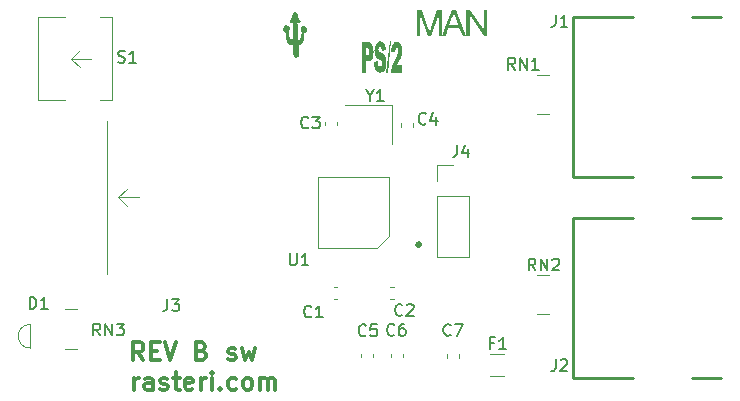
<source format=gbr>
%TF.GenerationSoftware,KiCad,Pcbnew,8.0.3*%
%TF.CreationDate,2024-07-18T19:47:18-07:00*%
%TF.ProjectId,ps2usb,70733275-7362-42e6-9b69-6361645f7063,rev?*%
%TF.SameCoordinates,Original*%
%TF.FileFunction,Legend,Top*%
%TF.FilePolarity,Positive*%
%FSLAX46Y46*%
G04 Gerber Fmt 4.6, Leading zero omitted, Abs format (unit mm)*
G04 Created by KiCad (PCBNEW 8.0.3) date 2024-07-18 19:47:18*
%MOMM*%
%LPD*%
G01*
G04 APERTURE LIST*
%ADD10C,0.000000*%
%ADD11C,0.287500*%
%ADD12C,0.300000*%
%ADD13C,0.150000*%
%ADD14C,0.250000*%
%ADD15C,0.120000*%
%ADD16C,0.310000*%
G04 APERTURE END LIST*
D10*
G36*
X137942328Y-86825040D02*
G01*
X137606766Y-86825040D01*
X137347122Y-86150877D01*
X136416354Y-86150877D01*
X136171895Y-86825040D01*
X135859107Y-86825040D01*
X136210143Y-85910974D01*
X136501382Y-85910974D01*
X137256018Y-85910974D01*
X137023706Y-85294511D01*
X136973979Y-85160324D01*
X136931084Y-85038664D01*
X136895023Y-84929530D01*
X136879554Y-84879661D01*
X136865794Y-84832923D01*
X136854620Y-84886398D01*
X136842354Y-84939779D01*
X136828997Y-84993065D01*
X136814549Y-85046255D01*
X136799009Y-85099352D01*
X136782378Y-85152353D01*
X136764655Y-85205259D01*
X136745842Y-85258070D01*
X136501382Y-85910974D01*
X136210143Y-85910974D01*
X136713956Y-84599091D01*
X137031298Y-84599091D01*
X137942328Y-86825040D01*
G37*
G36*
X139409621Y-86346750D02*
G01*
X139409621Y-84599091D01*
X139692040Y-84599091D01*
X139692040Y-86825040D01*
X139389882Y-86825040D01*
X138220727Y-85075863D01*
X138220727Y-86825040D01*
X137938308Y-86825040D01*
X137938308Y-84599091D01*
X138240467Y-84599091D01*
X139409621Y-86346750D01*
G37*
G36*
X134710675Y-86175172D02*
G01*
X134773688Y-86367628D01*
X134797792Y-86443072D01*
X134816962Y-86504661D01*
X134838599Y-86436808D01*
X134865551Y-86354721D01*
X134897816Y-86258398D01*
X134935396Y-86147841D01*
X135468349Y-84599091D01*
X135864646Y-84599091D01*
X135864646Y-86825040D01*
X135580709Y-86825040D01*
X135580709Y-84961984D01*
X134933878Y-86825040D01*
X134668161Y-86825040D01*
X134024367Y-84930098D01*
X134024367Y-86825040D01*
X133740429Y-86825040D01*
X133740429Y-84599091D01*
X134183797Y-84599091D01*
X134710675Y-86175172D01*
G37*
G36*
X123469545Y-84801898D02*
G01*
X123485660Y-84804764D01*
X123501401Y-84809544D01*
X123516702Y-84816251D01*
X123531497Y-84824900D01*
X123545721Y-84835506D01*
X123559310Y-84848082D01*
X123572196Y-84862644D01*
X123584316Y-84879206D01*
X123595602Y-84897782D01*
X123605991Y-84918386D01*
X123615417Y-84941033D01*
X123623813Y-84965737D01*
X123631115Y-84992512D01*
X123636833Y-85012698D01*
X123645542Y-85038818D01*
X123670480Y-85105516D01*
X123703019Y-85185921D01*
X123740250Y-85273347D01*
X123779263Y-85361108D01*
X123817147Y-85442518D01*
X123850994Y-85510892D01*
X123865494Y-85538101D01*
X123877894Y-85559543D01*
X123885592Y-85572476D01*
X123892206Y-85584501D01*
X123897732Y-85595697D01*
X123902164Y-85606143D01*
X123903967Y-85611109D01*
X123905496Y-85615917D01*
X123906747Y-85620577D01*
X123907722Y-85625098D01*
X123908419Y-85629490D01*
X123908838Y-85633764D01*
X123908978Y-85637929D01*
X123908838Y-85641994D01*
X123908418Y-85645970D01*
X123907716Y-85649866D01*
X123906733Y-85653692D01*
X123905467Y-85657459D01*
X123903919Y-85661175D01*
X123902086Y-85664851D01*
X123899969Y-85668496D01*
X123897567Y-85672121D01*
X123894878Y-85675735D01*
X123891904Y-85679348D01*
X123885092Y-85686609D01*
X123877125Y-85693984D01*
X123867999Y-85701551D01*
X123860218Y-85707121D01*
X123851149Y-85712568D01*
X123840910Y-85717861D01*
X123829623Y-85722967D01*
X123817404Y-85727855D01*
X123804374Y-85732493D01*
X123790651Y-85736849D01*
X123776354Y-85740892D01*
X123761603Y-85744589D01*
X123746516Y-85747910D01*
X123731212Y-85750822D01*
X123715811Y-85753294D01*
X123700432Y-85755294D01*
X123685193Y-85756790D01*
X123670214Y-85757751D01*
X123655614Y-85758144D01*
X123650849Y-85758190D01*
X123646687Y-85758307D01*
X123644822Y-85758415D01*
X123643096Y-85758567D01*
X123641506Y-85758774D01*
X123640046Y-85759045D01*
X123638714Y-85759388D01*
X123637506Y-85759812D01*
X123636417Y-85760328D01*
X123635444Y-85760943D01*
X123634582Y-85761667D01*
X123633829Y-85762510D01*
X123633179Y-85763481D01*
X123632630Y-85764587D01*
X123632177Y-85765840D01*
X123631816Y-85767247D01*
X123631544Y-85768819D01*
X123631356Y-85770564D01*
X123631249Y-85772491D01*
X123631219Y-85774609D01*
X123631261Y-85776928D01*
X123631373Y-85779457D01*
X123631788Y-85785181D01*
X123632432Y-85791853D01*
X123634284Y-85808338D01*
X123635623Y-85828979D01*
X123637213Y-85868716D01*
X123640914Y-85996144D01*
X123644912Y-86171950D01*
X123648733Y-86377457D01*
X123653467Y-86614115D01*
X123658980Y-86802948D01*
X123665291Y-86944532D01*
X123672422Y-87039445D01*
X123683039Y-87141418D01*
X123687468Y-87185955D01*
X123687699Y-87186713D01*
X123688368Y-87187324D01*
X123689454Y-87187793D01*
X123690934Y-87188125D01*
X123694980Y-87188397D01*
X123700325Y-87188181D01*
X123706786Y-87187515D01*
X123714178Y-87186439D01*
X123722319Y-87184993D01*
X123731025Y-87183216D01*
X123740114Y-87181148D01*
X123749402Y-87178828D01*
X123758706Y-87176296D01*
X123767842Y-87173592D01*
X123776629Y-87170755D01*
X123784881Y-87167825D01*
X123792417Y-87164840D01*
X123799053Y-87161842D01*
X123805953Y-87157877D01*
X123812908Y-87152721D01*
X123819904Y-87146416D01*
X123826926Y-87139005D01*
X123833959Y-87130529D01*
X123840988Y-87121032D01*
X123854976Y-87099145D01*
X123868774Y-87073681D01*
X123882264Y-87044982D01*
X123895328Y-87013387D01*
X123907849Y-86979236D01*
X123919709Y-86942869D01*
X123930791Y-86904626D01*
X123940976Y-86864847D01*
X123950149Y-86823871D01*
X123958190Y-86782040D01*
X123964984Y-86739692D01*
X123970411Y-86697168D01*
X123974355Y-86654807D01*
X123984799Y-86515569D01*
X123951301Y-86465880D01*
X123941147Y-86449860D01*
X123931960Y-86433408D01*
X123923730Y-86416578D01*
X123916445Y-86399421D01*
X123910093Y-86381991D01*
X123904664Y-86364341D01*
X123900146Y-86346524D01*
X123896528Y-86328593D01*
X123893799Y-86310601D01*
X123891947Y-86292600D01*
X123890961Y-86274644D01*
X123890829Y-86256786D01*
X123891541Y-86239079D01*
X123893085Y-86221576D01*
X123895450Y-86204329D01*
X123898624Y-86187392D01*
X123902597Y-86170817D01*
X123907356Y-86154658D01*
X123912891Y-86138968D01*
X123919190Y-86123799D01*
X123926242Y-86109205D01*
X123934036Y-86095239D01*
X123942561Y-86081953D01*
X123951804Y-86069400D01*
X123961755Y-86057634D01*
X123972403Y-86046708D01*
X123983736Y-86036674D01*
X123995743Y-86027585D01*
X124008412Y-86019495D01*
X124021733Y-86012456D01*
X124035693Y-86006522D01*
X124050283Y-86001745D01*
X124085929Y-85993435D01*
X124120425Y-85988696D01*
X124153700Y-85987344D01*
X124185685Y-85989195D01*
X124216310Y-85994063D01*
X124245505Y-86001765D01*
X124273201Y-86012116D01*
X124299326Y-86024933D01*
X124323813Y-86040029D01*
X124346591Y-86057222D01*
X124367589Y-86076327D01*
X124386739Y-86097159D01*
X124403970Y-86119535D01*
X124419213Y-86143269D01*
X124432398Y-86168177D01*
X124443455Y-86194076D01*
X124452315Y-86220780D01*
X124458907Y-86248106D01*
X124463161Y-86275868D01*
X124465008Y-86303883D01*
X124464379Y-86331966D01*
X124461203Y-86359934D01*
X124455410Y-86387600D01*
X124446931Y-86414782D01*
X124435695Y-86441294D01*
X124421634Y-86466953D01*
X124404677Y-86491574D01*
X124384755Y-86514973D01*
X124361797Y-86536965D01*
X124335734Y-86557366D01*
X124306496Y-86575992D01*
X124274013Y-86592657D01*
X124223788Y-86615651D01*
X124217346Y-86737060D01*
X124213346Y-86797074D01*
X124207793Y-86856304D01*
X124200754Y-86914518D01*
X124192294Y-86971488D01*
X124182481Y-87026983D01*
X124171380Y-87080774D01*
X124159059Y-87132631D01*
X124145583Y-87182324D01*
X124131020Y-87229624D01*
X124115434Y-87274300D01*
X124098894Y-87316123D01*
X124081465Y-87354863D01*
X124063214Y-87390290D01*
X124044207Y-87422175D01*
X124024510Y-87450287D01*
X124004191Y-87474397D01*
X123994104Y-87484999D01*
X123984436Y-87494749D01*
X123975056Y-87503727D01*
X123965832Y-87512013D01*
X123956632Y-87519686D01*
X123947324Y-87526828D01*
X123937777Y-87533516D01*
X123927859Y-87539833D01*
X123917439Y-87545856D01*
X123906385Y-87551667D01*
X123894565Y-87557344D01*
X123881848Y-87562968D01*
X123868103Y-87568619D01*
X123853196Y-87574377D01*
X123836998Y-87580321D01*
X123819375Y-87586531D01*
X123739876Y-87614087D01*
X123740101Y-87803016D01*
X123741047Y-88017588D01*
X123743026Y-88268169D01*
X123745737Y-88544394D01*
X123695186Y-88589386D01*
X123675765Y-88606470D01*
X123667459Y-88613484D01*
X123659835Y-88619592D01*
X123652702Y-88624879D01*
X123645870Y-88629432D01*
X123642507Y-88631459D01*
X123639147Y-88633334D01*
X123635767Y-88635068D01*
X123632343Y-88636672D01*
X123628851Y-88638156D01*
X123625266Y-88639530D01*
X123621566Y-88640806D01*
X123617727Y-88641994D01*
X123609533Y-88644149D01*
X123600495Y-88646080D01*
X123590421Y-88647872D01*
X123579121Y-88649610D01*
X123552077Y-88653268D01*
X123517694Y-88657457D01*
X123489239Y-88660175D01*
X123476894Y-88660959D01*
X123465622Y-88661347D01*
X123455287Y-88661329D01*
X123445752Y-88660896D01*
X123436882Y-88660037D01*
X123428539Y-88658744D01*
X123420588Y-88657007D01*
X123412893Y-88654816D01*
X123405316Y-88652161D01*
X123397722Y-88649034D01*
X123389975Y-88645425D01*
X123381938Y-88641323D01*
X123381930Y-88641323D01*
X123374641Y-88637198D01*
X123367730Y-88632687D01*
X123361189Y-88627718D01*
X123355006Y-88622221D01*
X123349171Y-88616123D01*
X123343675Y-88609354D01*
X123338507Y-88601841D01*
X123333657Y-88593514D01*
X123329116Y-88584300D01*
X123324873Y-88574129D01*
X123320919Y-88562929D01*
X123317242Y-88550628D01*
X123313834Y-88537154D01*
X123310683Y-88522437D01*
X123307781Y-88506405D01*
X123305117Y-88488986D01*
X123302680Y-88470109D01*
X123300462Y-88449703D01*
X123298451Y-88427695D01*
X123296638Y-88404015D01*
X123295013Y-88378591D01*
X123293565Y-88351351D01*
X123291163Y-88291139D01*
X123289351Y-88222806D01*
X123288049Y-88145782D01*
X123287177Y-88059494D01*
X123286653Y-87963370D01*
X123286631Y-87842593D01*
X123285669Y-87754504D01*
X123283934Y-87720981D01*
X123280882Y-87693546D01*
X123276151Y-87671505D01*
X123273043Y-87662289D01*
X123269381Y-87654161D01*
X123265118Y-87647034D01*
X123260210Y-87640821D01*
X123254612Y-87635436D01*
X123248279Y-87630790D01*
X123241165Y-87626799D01*
X123233225Y-87623374D01*
X123214688Y-87617877D01*
X123192307Y-87613604D01*
X123165721Y-87609862D01*
X123098491Y-87601188D01*
X123058029Y-87594461D01*
X123020418Y-87585947D01*
X123002632Y-87580969D01*
X122985500Y-87575482D01*
X122969003Y-87569466D01*
X122953120Y-87562900D01*
X122937833Y-87555764D01*
X122923123Y-87548038D01*
X122908968Y-87539700D01*
X122895351Y-87530731D01*
X122882252Y-87521109D01*
X122869650Y-87510815D01*
X122857527Y-87499827D01*
X122845863Y-87488125D01*
X122834639Y-87475689D01*
X122823835Y-87462497D01*
X122813432Y-87448530D01*
X122803410Y-87433767D01*
X122793749Y-87418187D01*
X122784431Y-87401770D01*
X122775436Y-87384495D01*
X122766743Y-87366342D01*
X122750191Y-87327318D01*
X122734617Y-87284534D01*
X122719867Y-87237826D01*
X122705784Y-87187029D01*
X122687950Y-87116498D01*
X122673437Y-87053722D01*
X122661950Y-86996652D01*
X122653197Y-86943237D01*
X122646884Y-86891426D01*
X122642717Y-86839170D01*
X122640403Y-86784418D01*
X122639647Y-86725120D01*
X122639482Y-86665638D01*
X122638657Y-86620804D01*
X122637765Y-86603110D01*
X122636431Y-86588154D01*
X122634559Y-86575626D01*
X122632059Y-86565220D01*
X122628836Y-86556627D01*
X122624798Y-86549539D01*
X122619852Y-86543647D01*
X122613905Y-86538643D01*
X122606865Y-86534220D01*
X122598637Y-86530069D01*
X122578250Y-86521350D01*
X122561167Y-86513609D01*
X122545010Y-86504957D01*
X122529784Y-86495434D01*
X122515494Y-86485082D01*
X122502145Y-86473941D01*
X122489743Y-86462053D01*
X122478292Y-86449459D01*
X122467798Y-86436199D01*
X122458265Y-86422314D01*
X122449700Y-86407845D01*
X122442106Y-86392833D01*
X122435489Y-86377320D01*
X122429855Y-86361345D01*
X122425207Y-86344951D01*
X122421553Y-86328177D01*
X122418895Y-86311065D01*
X122417240Y-86293656D01*
X122416594Y-86275991D01*
X122416959Y-86258110D01*
X122418343Y-86240055D01*
X122420750Y-86221866D01*
X122424185Y-86203585D01*
X122428654Y-86185252D01*
X122434161Y-86166909D01*
X122440711Y-86148595D01*
X122448310Y-86130353D01*
X122456963Y-86112223D01*
X122466675Y-86094246D01*
X122477450Y-86076463D01*
X122489295Y-86058915D01*
X122502214Y-86041643D01*
X122516212Y-86024688D01*
X122531703Y-86007825D01*
X122547718Y-85992347D01*
X122564173Y-85978282D01*
X122580982Y-85965658D01*
X122598061Y-85954504D01*
X122615323Y-85944849D01*
X122632685Y-85936719D01*
X122650060Y-85930145D01*
X122667363Y-85925155D01*
X122675961Y-85923262D01*
X122684510Y-85921776D01*
X122692998Y-85920699D01*
X122701414Y-85920037D01*
X122709749Y-85919791D01*
X122717992Y-85919967D01*
X122726132Y-85920566D01*
X122734157Y-85921594D01*
X122742059Y-85923052D01*
X122749825Y-85924946D01*
X122757446Y-85927278D01*
X122764911Y-85930052D01*
X122772208Y-85933272D01*
X122779328Y-85936941D01*
X122797739Y-85947553D01*
X122815433Y-85958576D01*
X122832400Y-85969984D01*
X122848629Y-85981749D01*
X122864108Y-85993846D01*
X122878826Y-86006249D01*
X122892772Y-86018930D01*
X122905934Y-86031865D01*
X122918301Y-86045027D01*
X122929862Y-86058389D01*
X122940606Y-86071925D01*
X122950520Y-86085610D01*
X122959594Y-86099417D01*
X122967817Y-86113319D01*
X122975177Y-86127290D01*
X122981663Y-86141305D01*
X122987263Y-86155337D01*
X122991967Y-86169359D01*
X122995763Y-86183346D01*
X122998639Y-86197271D01*
X123000585Y-86211109D01*
X123001589Y-86224832D01*
X123001640Y-86238414D01*
X123000726Y-86251830D01*
X122998836Y-86265053D01*
X122995960Y-86278057D01*
X122992084Y-86290815D01*
X122987200Y-86303302D01*
X122981294Y-86315491D01*
X122974355Y-86327356D01*
X122966373Y-86338871D01*
X122957336Y-86350010D01*
X122941274Y-86370856D01*
X122927522Y-86393848D01*
X122916013Y-86418801D01*
X122906678Y-86445530D01*
X122899452Y-86473852D01*
X122894267Y-86503583D01*
X122891056Y-86534538D01*
X122889751Y-86566534D01*
X122890287Y-86599386D01*
X122892594Y-86632911D01*
X122902257Y-86701242D01*
X122918204Y-86770053D01*
X122939898Y-86837873D01*
X122966800Y-86903228D01*
X122998373Y-86964648D01*
X123015744Y-86993421D01*
X123034081Y-87020657D01*
X123053318Y-87046174D01*
X123073387Y-87069786D01*
X123094220Y-87091309D01*
X123115751Y-87110560D01*
X123137913Y-87127354D01*
X123160638Y-87141507D01*
X123183860Y-87152836D01*
X123207511Y-87161156D01*
X123231523Y-87166282D01*
X123255831Y-87168032D01*
X123258062Y-87166647D01*
X123260205Y-87162586D01*
X123264213Y-87147011D01*
X123267833Y-87122451D01*
X123271040Y-87090050D01*
X123276129Y-87006299D01*
X123279295Y-86904913D01*
X123280356Y-86795042D01*
X123279130Y-86685839D01*
X123275432Y-86586456D01*
X123272598Y-86543307D01*
X123269079Y-86506045D01*
X123267192Y-86483788D01*
X123265159Y-86449589D01*
X123260911Y-86352201D01*
X123256847Y-86227556D01*
X123253478Y-86089326D01*
X123248305Y-85848612D01*
X123245572Y-85748050D01*
X123243182Y-85747650D01*
X123236720Y-85746796D01*
X123213353Y-85743940D01*
X123179024Y-85739906D01*
X123137287Y-85735119D01*
X123110118Y-85731625D01*
X123085699Y-85727595D01*
X123063988Y-85722982D01*
X123044946Y-85717740D01*
X123036413Y-85714868D01*
X123028532Y-85711822D01*
X123021298Y-85708595D01*
X123014706Y-85705182D01*
X123008751Y-85701577D01*
X123003427Y-85697774D01*
X122998731Y-85693768D01*
X122994656Y-85689552D01*
X122991199Y-85685121D01*
X122988353Y-85680469D01*
X122986113Y-85675590D01*
X122984476Y-85670479D01*
X122983434Y-85665129D01*
X122982985Y-85659536D01*
X122983122Y-85653692D01*
X122983840Y-85647593D01*
X122985135Y-85641233D01*
X122987002Y-85634605D01*
X122989434Y-85627704D01*
X122992428Y-85620524D01*
X123000080Y-85605306D01*
X123009917Y-85588903D01*
X123012897Y-85584091D01*
X123015863Y-85578979D01*
X123018794Y-85573611D01*
X123021674Y-85568033D01*
X123024484Y-85562289D01*
X123027207Y-85556425D01*
X123032313Y-85544516D01*
X123034661Y-85538561D01*
X123036847Y-85532666D01*
X123038854Y-85526876D01*
X123040664Y-85521235D01*
X123042257Y-85515789D01*
X123043616Y-85510583D01*
X123044722Y-85505662D01*
X123045557Y-85501071D01*
X123047871Y-85489756D01*
X123051889Y-85473940D01*
X123057390Y-85454343D01*
X123064155Y-85431689D01*
X123071960Y-85406700D01*
X123080587Y-85380098D01*
X123089814Y-85352605D01*
X123099420Y-85324945D01*
X123142308Y-85201467D01*
X123179230Y-85091852D01*
X123190028Y-85061097D01*
X123201695Y-85031982D01*
X123214165Y-85004522D01*
X123227373Y-84978730D01*
X123241253Y-84954622D01*
X123255741Y-84932212D01*
X123270770Y-84911513D01*
X123286275Y-84892541D01*
X123302191Y-84875309D01*
X123318453Y-84859832D01*
X123334994Y-84846126D01*
X123351749Y-84834202D01*
X123368654Y-84824078D01*
X123385642Y-84815766D01*
X123402648Y-84809280D01*
X123419607Y-84804637D01*
X123436453Y-84801849D01*
X123453121Y-84800931D01*
X123469545Y-84801898D01*
G37*
D11*
G36*
X129741260Y-87370674D02*
G01*
X129804985Y-87389745D01*
X129861837Y-87423120D01*
X129919477Y-87480136D01*
X129967763Y-87556620D01*
X129973898Y-87569136D01*
X130011656Y-87666343D01*
X130040140Y-87779963D01*
X130059350Y-87909997D01*
X130068435Y-88034518D01*
X130070801Y-88147498D01*
X130067088Y-88286382D01*
X130055949Y-88413383D01*
X130033569Y-88546532D01*
X130001081Y-88663507D01*
X129965190Y-88750898D01*
X129913786Y-88835529D01*
X129861253Y-88891526D01*
X129800899Y-88932251D01*
X129744630Y-88954522D01*
X129682930Y-88966188D01*
X129643303Y-88968097D01*
X129447530Y-88968097D01*
X129447530Y-89929531D01*
X129088004Y-89929531D01*
X129088004Y-88447320D01*
X129447530Y-88447320D01*
X129535164Y-88447320D01*
X129593907Y-88439741D01*
X129652230Y-88407224D01*
X129680660Y-88369705D01*
X129714500Y-88267819D01*
X129722511Y-88169406D01*
X129709638Y-88041722D01*
X129685996Y-87969107D01*
X129633753Y-87907140D01*
X129573557Y-87887775D01*
X129549489Y-87886484D01*
X129447530Y-87886484D01*
X129447530Y-88447320D01*
X129088004Y-88447320D01*
X129088004Y-87365707D01*
X129682907Y-87365707D01*
X129741260Y-87370674D01*
G37*
D12*
X109810714Y-116778328D02*
X109810714Y-115778328D01*
X109810714Y-116064042D02*
X109882143Y-115921185D01*
X109882143Y-115921185D02*
X109953572Y-115849757D01*
X109953572Y-115849757D02*
X110096429Y-115778328D01*
X110096429Y-115778328D02*
X110239286Y-115778328D01*
X111382143Y-116778328D02*
X111382143Y-115992614D01*
X111382143Y-115992614D02*
X111310714Y-115849757D01*
X111310714Y-115849757D02*
X111167857Y-115778328D01*
X111167857Y-115778328D02*
X110882143Y-115778328D01*
X110882143Y-115778328D02*
X110739285Y-115849757D01*
X111382143Y-116706900D02*
X111239285Y-116778328D01*
X111239285Y-116778328D02*
X110882143Y-116778328D01*
X110882143Y-116778328D02*
X110739285Y-116706900D01*
X110739285Y-116706900D02*
X110667857Y-116564042D01*
X110667857Y-116564042D02*
X110667857Y-116421185D01*
X110667857Y-116421185D02*
X110739285Y-116278328D01*
X110739285Y-116278328D02*
X110882143Y-116206900D01*
X110882143Y-116206900D02*
X111239285Y-116206900D01*
X111239285Y-116206900D02*
X111382143Y-116135471D01*
X112025000Y-116706900D02*
X112167857Y-116778328D01*
X112167857Y-116778328D02*
X112453571Y-116778328D01*
X112453571Y-116778328D02*
X112596428Y-116706900D01*
X112596428Y-116706900D02*
X112667857Y-116564042D01*
X112667857Y-116564042D02*
X112667857Y-116492614D01*
X112667857Y-116492614D02*
X112596428Y-116349757D01*
X112596428Y-116349757D02*
X112453571Y-116278328D01*
X112453571Y-116278328D02*
X112239286Y-116278328D01*
X112239286Y-116278328D02*
X112096428Y-116206900D01*
X112096428Y-116206900D02*
X112025000Y-116064042D01*
X112025000Y-116064042D02*
X112025000Y-115992614D01*
X112025000Y-115992614D02*
X112096428Y-115849757D01*
X112096428Y-115849757D02*
X112239286Y-115778328D01*
X112239286Y-115778328D02*
X112453571Y-115778328D01*
X112453571Y-115778328D02*
X112596428Y-115849757D01*
X113096429Y-115778328D02*
X113667857Y-115778328D01*
X113310714Y-115278328D02*
X113310714Y-116564042D01*
X113310714Y-116564042D02*
X113382143Y-116706900D01*
X113382143Y-116706900D02*
X113525000Y-116778328D01*
X113525000Y-116778328D02*
X113667857Y-116778328D01*
X114739286Y-116706900D02*
X114596429Y-116778328D01*
X114596429Y-116778328D02*
X114310715Y-116778328D01*
X114310715Y-116778328D02*
X114167857Y-116706900D01*
X114167857Y-116706900D02*
X114096429Y-116564042D01*
X114096429Y-116564042D02*
X114096429Y-115992614D01*
X114096429Y-115992614D02*
X114167857Y-115849757D01*
X114167857Y-115849757D02*
X114310715Y-115778328D01*
X114310715Y-115778328D02*
X114596429Y-115778328D01*
X114596429Y-115778328D02*
X114739286Y-115849757D01*
X114739286Y-115849757D02*
X114810715Y-115992614D01*
X114810715Y-115992614D02*
X114810715Y-116135471D01*
X114810715Y-116135471D02*
X114096429Y-116278328D01*
X115453571Y-116778328D02*
X115453571Y-115778328D01*
X115453571Y-116064042D02*
X115525000Y-115921185D01*
X115525000Y-115921185D02*
X115596429Y-115849757D01*
X115596429Y-115849757D02*
X115739286Y-115778328D01*
X115739286Y-115778328D02*
X115882143Y-115778328D01*
X116382142Y-116778328D02*
X116382142Y-115778328D01*
X116382142Y-115278328D02*
X116310714Y-115349757D01*
X116310714Y-115349757D02*
X116382142Y-115421185D01*
X116382142Y-115421185D02*
X116453571Y-115349757D01*
X116453571Y-115349757D02*
X116382142Y-115278328D01*
X116382142Y-115278328D02*
X116382142Y-115421185D01*
X117096428Y-116635471D02*
X117167857Y-116706900D01*
X117167857Y-116706900D02*
X117096428Y-116778328D01*
X117096428Y-116778328D02*
X117025000Y-116706900D01*
X117025000Y-116706900D02*
X117096428Y-116635471D01*
X117096428Y-116635471D02*
X117096428Y-116778328D01*
X118453572Y-116706900D02*
X118310714Y-116778328D01*
X118310714Y-116778328D02*
X118025000Y-116778328D01*
X118025000Y-116778328D02*
X117882143Y-116706900D01*
X117882143Y-116706900D02*
X117810714Y-116635471D01*
X117810714Y-116635471D02*
X117739286Y-116492614D01*
X117739286Y-116492614D02*
X117739286Y-116064042D01*
X117739286Y-116064042D02*
X117810714Y-115921185D01*
X117810714Y-115921185D02*
X117882143Y-115849757D01*
X117882143Y-115849757D02*
X118025000Y-115778328D01*
X118025000Y-115778328D02*
X118310714Y-115778328D01*
X118310714Y-115778328D02*
X118453572Y-115849757D01*
X119310714Y-116778328D02*
X119167857Y-116706900D01*
X119167857Y-116706900D02*
X119096428Y-116635471D01*
X119096428Y-116635471D02*
X119025000Y-116492614D01*
X119025000Y-116492614D02*
X119025000Y-116064042D01*
X119025000Y-116064042D02*
X119096428Y-115921185D01*
X119096428Y-115921185D02*
X119167857Y-115849757D01*
X119167857Y-115849757D02*
X119310714Y-115778328D01*
X119310714Y-115778328D02*
X119525000Y-115778328D01*
X119525000Y-115778328D02*
X119667857Y-115849757D01*
X119667857Y-115849757D02*
X119739286Y-115921185D01*
X119739286Y-115921185D02*
X119810714Y-116064042D01*
X119810714Y-116064042D02*
X119810714Y-116492614D01*
X119810714Y-116492614D02*
X119739286Y-116635471D01*
X119739286Y-116635471D02*
X119667857Y-116706900D01*
X119667857Y-116706900D02*
X119525000Y-116778328D01*
X119525000Y-116778328D02*
X119310714Y-116778328D01*
X120453571Y-116778328D02*
X120453571Y-115778328D01*
X120453571Y-115921185D02*
X120525000Y-115849757D01*
X120525000Y-115849757D02*
X120667857Y-115778328D01*
X120667857Y-115778328D02*
X120882143Y-115778328D01*
X120882143Y-115778328D02*
X121025000Y-115849757D01*
X121025000Y-115849757D02*
X121096429Y-115992614D01*
X121096429Y-115992614D02*
X121096429Y-116778328D01*
X121096429Y-115992614D02*
X121167857Y-115849757D01*
X121167857Y-115849757D02*
X121310714Y-115778328D01*
X121310714Y-115778328D02*
X121525000Y-115778328D01*
X121525000Y-115778328D02*
X121667857Y-115849757D01*
X121667857Y-115849757D02*
X121739286Y-115992614D01*
X121739286Y-115992614D02*
X121739286Y-116778328D01*
D11*
G36*
X130107334Y-89017605D02*
G01*
X130447760Y-88968157D01*
X130459215Y-89099045D01*
X130480766Y-89219486D01*
X130492701Y-89260467D01*
X130536351Y-89352766D01*
X130591220Y-89406753D01*
X130650836Y-89422584D01*
X130707297Y-89409568D01*
X130760752Y-89357811D01*
X130768805Y-89343717D01*
X130803514Y-89241014D01*
X130810375Y-89160318D01*
X130793319Y-89039680D01*
X130770771Y-88983805D01*
X130721577Y-88921680D01*
X130667315Y-88880365D01*
X130605206Y-88844804D01*
X130587638Y-88836085D01*
X130530900Y-88805922D01*
X130465903Y-88764809D01*
X130407489Y-88719906D01*
X130355658Y-88671212D01*
X130302150Y-88607778D01*
X130251706Y-88526874D01*
X130212306Y-88437163D01*
X130179128Y-88322168D01*
X130158588Y-88193871D01*
X130150689Y-88052273D01*
X130150590Y-88033638D01*
X130156697Y-87900673D01*
X130175017Y-87772886D01*
X130202272Y-87661208D01*
X130239675Y-87559005D01*
X130287281Y-87471472D01*
X130338852Y-87405235D01*
X130357879Y-87385797D01*
X130414651Y-87341982D01*
X130472219Y-87313913D01*
X130537152Y-87295428D01*
X130598671Y-87287213D01*
X130642690Y-87285648D01*
X130709535Y-87290079D01*
X130771209Y-87303374D01*
X130827713Y-87325533D01*
X130888692Y-87363822D01*
X130942226Y-87414875D01*
X130981150Y-87467168D01*
X131027631Y-87556827D01*
X131065080Y-87666973D01*
X131093497Y-87797606D01*
X131110666Y-87925883D01*
X131119904Y-88044279D01*
X130782568Y-88086842D01*
X130766746Y-87965628D01*
X130733910Y-87857850D01*
X130726111Y-87842728D01*
X130674921Y-87785456D01*
X130616651Y-87766663D01*
X130607299Y-87766365D01*
X130549688Y-87782793D01*
X130513205Y-87824576D01*
X130483252Y-87930814D01*
X130481746Y-87966037D01*
X130507868Y-88075576D01*
X130562345Y-88132612D01*
X130621955Y-88166134D01*
X130627804Y-88168840D01*
X130684357Y-88196596D01*
X130749198Y-88231456D01*
X130807538Y-88266500D01*
X130868965Y-88308794D01*
X130928798Y-88358472D01*
X130963735Y-88394176D01*
X131016530Y-88462613D01*
X131064872Y-88548874D01*
X131102352Y-88645894D01*
X131111478Y-88677098D01*
X131137864Y-88798020D01*
X131153297Y-88928410D01*
X131157823Y-89055161D01*
X131152935Y-89190209D01*
X131138271Y-89319315D01*
X131113831Y-89442480D01*
X131096029Y-89508337D01*
X131057540Y-89616956D01*
X131011275Y-89709731D01*
X130963622Y-89778897D01*
X130923850Y-89822556D01*
X130865041Y-89869383D01*
X130807650Y-89899382D01*
X130744722Y-89919138D01*
X130686376Y-89927918D01*
X130645218Y-89929590D01*
X130574186Y-89925571D01*
X130508834Y-89913512D01*
X130449160Y-89893413D01*
X130382554Y-89856985D01*
X130324822Y-89807995D01*
X130267256Y-89732627D01*
X130235977Y-89672332D01*
X130196794Y-89570740D01*
X130164564Y-89459377D01*
X130139284Y-89338245D01*
X130120957Y-89207341D01*
X130109581Y-89066668D01*
X130107334Y-89017605D01*
G37*
D12*
X110596428Y-114278328D02*
X110096428Y-113564042D01*
X109739285Y-114278328D02*
X109739285Y-112778328D01*
X109739285Y-112778328D02*
X110310714Y-112778328D01*
X110310714Y-112778328D02*
X110453571Y-112849757D01*
X110453571Y-112849757D02*
X110525000Y-112921185D01*
X110525000Y-112921185D02*
X110596428Y-113064042D01*
X110596428Y-113064042D02*
X110596428Y-113278328D01*
X110596428Y-113278328D02*
X110525000Y-113421185D01*
X110525000Y-113421185D02*
X110453571Y-113492614D01*
X110453571Y-113492614D02*
X110310714Y-113564042D01*
X110310714Y-113564042D02*
X109739285Y-113564042D01*
X111239285Y-113492614D02*
X111739285Y-113492614D01*
X111953571Y-114278328D02*
X111239285Y-114278328D01*
X111239285Y-114278328D02*
X111239285Y-112778328D01*
X111239285Y-112778328D02*
X111953571Y-112778328D01*
X112382143Y-112778328D02*
X112882143Y-114278328D01*
X112882143Y-114278328D02*
X113382143Y-112778328D01*
X115524999Y-113492614D02*
X115739285Y-113564042D01*
X115739285Y-113564042D02*
X115810714Y-113635471D01*
X115810714Y-113635471D02*
X115882142Y-113778328D01*
X115882142Y-113778328D02*
X115882142Y-113992614D01*
X115882142Y-113992614D02*
X115810714Y-114135471D01*
X115810714Y-114135471D02*
X115739285Y-114206900D01*
X115739285Y-114206900D02*
X115596428Y-114278328D01*
X115596428Y-114278328D02*
X115024999Y-114278328D01*
X115024999Y-114278328D02*
X115024999Y-112778328D01*
X115024999Y-112778328D02*
X115524999Y-112778328D01*
X115524999Y-112778328D02*
X115667857Y-112849757D01*
X115667857Y-112849757D02*
X115739285Y-112921185D01*
X115739285Y-112921185D02*
X115810714Y-113064042D01*
X115810714Y-113064042D02*
X115810714Y-113206900D01*
X115810714Y-113206900D02*
X115739285Y-113349757D01*
X115739285Y-113349757D02*
X115667857Y-113421185D01*
X115667857Y-113421185D02*
X115524999Y-113492614D01*
X115524999Y-113492614D02*
X115024999Y-113492614D01*
X117792857Y-114206900D02*
X117935714Y-114278328D01*
X117935714Y-114278328D02*
X118221428Y-114278328D01*
X118221428Y-114278328D02*
X118364285Y-114206900D01*
X118364285Y-114206900D02*
X118435714Y-114064042D01*
X118435714Y-114064042D02*
X118435714Y-113992614D01*
X118435714Y-113992614D02*
X118364285Y-113849757D01*
X118364285Y-113849757D02*
X118221428Y-113778328D01*
X118221428Y-113778328D02*
X118007143Y-113778328D01*
X118007143Y-113778328D02*
X117864285Y-113706900D01*
X117864285Y-113706900D02*
X117792857Y-113564042D01*
X117792857Y-113564042D02*
X117792857Y-113492614D01*
X117792857Y-113492614D02*
X117864285Y-113349757D01*
X117864285Y-113349757D02*
X118007143Y-113278328D01*
X118007143Y-113278328D02*
X118221428Y-113278328D01*
X118221428Y-113278328D02*
X118364285Y-113349757D01*
X118935714Y-113278328D02*
X119221429Y-114278328D01*
X119221429Y-114278328D02*
X119507143Y-113564042D01*
X119507143Y-113564042D02*
X119792857Y-114278328D01*
X119792857Y-114278328D02*
X120078571Y-113278328D01*
D11*
G36*
X132509234Y-89929531D02*
G01*
X131543852Y-89929531D01*
X131554328Y-89790327D01*
X131571255Y-89654778D01*
X131594634Y-89522882D01*
X131624465Y-89394641D01*
X131644407Y-89323001D01*
X131681180Y-89213010D01*
X131719730Y-89116477D01*
X131765466Y-89015511D01*
X131807229Y-88931548D01*
X131853592Y-88844749D01*
X131904554Y-88755113D01*
X131960115Y-88662641D01*
X132009607Y-88580180D01*
X132058262Y-88493875D01*
X132101886Y-88408299D01*
X132141001Y-88313371D01*
X132169428Y-88204040D01*
X132180605Y-88086783D01*
X132166842Y-87960666D01*
X132141563Y-87888362D01*
X132091242Y-87822059D01*
X132043255Y-87806365D01*
X131987150Y-87828585D01*
X131942420Y-87895247D01*
X131911434Y-88007695D01*
X131894733Y-88140432D01*
X131889895Y-88206962D01*
X131567446Y-88147498D01*
X131577308Y-88021610D01*
X131592264Y-87893363D01*
X131613791Y-87769004D01*
X131637104Y-87676170D01*
X131672735Y-87577916D01*
X131716431Y-87495188D01*
X131768190Y-87427985D01*
X131779510Y-87416408D01*
X131836931Y-87372535D01*
X131897373Y-87345590D01*
X131957517Y-87331320D01*
X132014461Y-87326002D01*
X132034548Y-87325648D01*
X132095521Y-87328640D01*
X132159966Y-87339697D01*
X132217208Y-87358900D01*
X132273805Y-87390823D01*
X132298575Y-87410775D01*
X132353758Y-87472451D01*
X132400986Y-87551854D01*
X132440260Y-87648984D01*
X132447160Y-87670537D01*
X132475747Y-87784232D01*
X132493746Y-87906240D01*
X132501158Y-88036561D01*
X132501370Y-88063623D01*
X132496459Y-88191959D01*
X132481729Y-88317126D01*
X132457178Y-88439124D01*
X132439295Y-88505532D01*
X132401921Y-88613584D01*
X132358821Y-88712365D01*
X132314155Y-88800182D01*
X132262359Y-88890903D01*
X132213749Y-88968723D01*
X132164171Y-89044482D01*
X132117394Y-89118115D01*
X132083702Y-89174655D01*
X132040852Y-89257323D01*
X132006741Y-89328634D01*
X132509234Y-89328634D01*
X132509234Y-89929531D01*
G37*
G36*
X131168911Y-89929590D02*
G01*
X131448105Y-87245588D01*
X131560176Y-87245588D01*
X131280421Y-89929590D01*
X131168911Y-89929590D01*
G37*
D13*
X145491666Y-114204819D02*
X145491666Y-114919104D01*
X145491666Y-114919104D02*
X145444047Y-115061961D01*
X145444047Y-115061961D02*
X145348809Y-115157200D01*
X145348809Y-115157200D02*
X145205952Y-115204819D01*
X145205952Y-115204819D02*
X145110714Y-115204819D01*
X145920238Y-114300057D02*
X145967857Y-114252438D01*
X145967857Y-114252438D02*
X146063095Y-114204819D01*
X146063095Y-114204819D02*
X146301190Y-114204819D01*
X146301190Y-114204819D02*
X146396428Y-114252438D01*
X146396428Y-114252438D02*
X146444047Y-114300057D01*
X146444047Y-114300057D02*
X146491666Y-114395295D01*
X146491666Y-114395295D02*
X146491666Y-114490533D01*
X146491666Y-114490533D02*
X146444047Y-114633390D01*
X146444047Y-114633390D02*
X145872619Y-115204819D01*
X145872619Y-115204819D02*
X146491666Y-115204819D01*
X129433333Y-112159580D02*
X129385714Y-112207200D01*
X129385714Y-112207200D02*
X129242857Y-112254819D01*
X129242857Y-112254819D02*
X129147619Y-112254819D01*
X129147619Y-112254819D02*
X129004762Y-112207200D01*
X129004762Y-112207200D02*
X128909524Y-112111961D01*
X128909524Y-112111961D02*
X128861905Y-112016723D01*
X128861905Y-112016723D02*
X128814286Y-111826247D01*
X128814286Y-111826247D02*
X128814286Y-111683390D01*
X128814286Y-111683390D02*
X128861905Y-111492914D01*
X128861905Y-111492914D02*
X128909524Y-111397676D01*
X128909524Y-111397676D02*
X129004762Y-111302438D01*
X129004762Y-111302438D02*
X129147619Y-111254819D01*
X129147619Y-111254819D02*
X129242857Y-111254819D01*
X129242857Y-111254819D02*
X129385714Y-111302438D01*
X129385714Y-111302438D02*
X129433333Y-111350057D01*
X130338095Y-111254819D02*
X129861905Y-111254819D01*
X129861905Y-111254819D02*
X129814286Y-111731009D01*
X129814286Y-111731009D02*
X129861905Y-111683390D01*
X129861905Y-111683390D02*
X129957143Y-111635771D01*
X129957143Y-111635771D02*
X130195238Y-111635771D01*
X130195238Y-111635771D02*
X130290476Y-111683390D01*
X130290476Y-111683390D02*
X130338095Y-111731009D01*
X130338095Y-111731009D02*
X130385714Y-111826247D01*
X130385714Y-111826247D02*
X130385714Y-112064342D01*
X130385714Y-112064342D02*
X130338095Y-112159580D01*
X130338095Y-112159580D02*
X130290476Y-112207200D01*
X130290476Y-112207200D02*
X130195238Y-112254819D01*
X130195238Y-112254819D02*
X129957143Y-112254819D01*
X129957143Y-112254819D02*
X129861905Y-112207200D01*
X129861905Y-112207200D02*
X129814286Y-112159580D01*
X143784523Y-106679819D02*
X143451190Y-106203628D01*
X143213095Y-106679819D02*
X143213095Y-105679819D01*
X143213095Y-105679819D02*
X143594047Y-105679819D01*
X143594047Y-105679819D02*
X143689285Y-105727438D01*
X143689285Y-105727438D02*
X143736904Y-105775057D01*
X143736904Y-105775057D02*
X143784523Y-105870295D01*
X143784523Y-105870295D02*
X143784523Y-106013152D01*
X143784523Y-106013152D02*
X143736904Y-106108390D01*
X143736904Y-106108390D02*
X143689285Y-106156009D01*
X143689285Y-106156009D02*
X143594047Y-106203628D01*
X143594047Y-106203628D02*
X143213095Y-106203628D01*
X144213095Y-106679819D02*
X144213095Y-105679819D01*
X144213095Y-105679819D02*
X144784523Y-106679819D01*
X144784523Y-106679819D02*
X144784523Y-105679819D01*
X145213095Y-105775057D02*
X145260714Y-105727438D01*
X145260714Y-105727438D02*
X145355952Y-105679819D01*
X145355952Y-105679819D02*
X145594047Y-105679819D01*
X145594047Y-105679819D02*
X145689285Y-105727438D01*
X145689285Y-105727438D02*
X145736904Y-105775057D01*
X145736904Y-105775057D02*
X145784523Y-105870295D01*
X145784523Y-105870295D02*
X145784523Y-105965533D01*
X145784523Y-105965533D02*
X145736904Y-106108390D01*
X145736904Y-106108390D02*
X145165476Y-106679819D01*
X145165476Y-106679819D02*
X145784523Y-106679819D01*
X122988095Y-105229819D02*
X122988095Y-106039342D01*
X122988095Y-106039342D02*
X123035714Y-106134580D01*
X123035714Y-106134580D02*
X123083333Y-106182200D01*
X123083333Y-106182200D02*
X123178571Y-106229819D01*
X123178571Y-106229819D02*
X123369047Y-106229819D01*
X123369047Y-106229819D02*
X123464285Y-106182200D01*
X123464285Y-106182200D02*
X123511904Y-106134580D01*
X123511904Y-106134580D02*
X123559523Y-106039342D01*
X123559523Y-106039342D02*
X123559523Y-105229819D01*
X124559523Y-106229819D02*
X123988095Y-106229819D01*
X124273809Y-106229819D02*
X124273809Y-105229819D01*
X124273809Y-105229819D02*
X124178571Y-105372676D01*
X124178571Y-105372676D02*
X124083333Y-105467914D01*
X124083333Y-105467914D02*
X123988095Y-105515533D01*
X136608333Y-112134580D02*
X136560714Y-112182200D01*
X136560714Y-112182200D02*
X136417857Y-112229819D01*
X136417857Y-112229819D02*
X136322619Y-112229819D01*
X136322619Y-112229819D02*
X136179762Y-112182200D01*
X136179762Y-112182200D02*
X136084524Y-112086961D01*
X136084524Y-112086961D02*
X136036905Y-111991723D01*
X136036905Y-111991723D02*
X135989286Y-111801247D01*
X135989286Y-111801247D02*
X135989286Y-111658390D01*
X135989286Y-111658390D02*
X136036905Y-111467914D01*
X136036905Y-111467914D02*
X136084524Y-111372676D01*
X136084524Y-111372676D02*
X136179762Y-111277438D01*
X136179762Y-111277438D02*
X136322619Y-111229819D01*
X136322619Y-111229819D02*
X136417857Y-111229819D01*
X136417857Y-111229819D02*
X136560714Y-111277438D01*
X136560714Y-111277438D02*
X136608333Y-111325057D01*
X136941667Y-111229819D02*
X137608333Y-111229819D01*
X137608333Y-111229819D02*
X137179762Y-112229819D01*
X142059523Y-89679819D02*
X141726190Y-89203628D01*
X141488095Y-89679819D02*
X141488095Y-88679819D01*
X141488095Y-88679819D02*
X141869047Y-88679819D01*
X141869047Y-88679819D02*
X141964285Y-88727438D01*
X141964285Y-88727438D02*
X142011904Y-88775057D01*
X142011904Y-88775057D02*
X142059523Y-88870295D01*
X142059523Y-88870295D02*
X142059523Y-89013152D01*
X142059523Y-89013152D02*
X142011904Y-89108390D01*
X142011904Y-89108390D02*
X141964285Y-89156009D01*
X141964285Y-89156009D02*
X141869047Y-89203628D01*
X141869047Y-89203628D02*
X141488095Y-89203628D01*
X142488095Y-89679819D02*
X142488095Y-88679819D01*
X142488095Y-88679819D02*
X143059523Y-89679819D01*
X143059523Y-89679819D02*
X143059523Y-88679819D01*
X144059523Y-89679819D02*
X143488095Y-89679819D01*
X143773809Y-89679819D02*
X143773809Y-88679819D01*
X143773809Y-88679819D02*
X143678571Y-88822676D01*
X143678571Y-88822676D02*
X143583333Y-88917914D01*
X143583333Y-88917914D02*
X143488095Y-88965533D01*
X124558333Y-94559580D02*
X124510714Y-94607200D01*
X124510714Y-94607200D02*
X124367857Y-94654819D01*
X124367857Y-94654819D02*
X124272619Y-94654819D01*
X124272619Y-94654819D02*
X124129762Y-94607200D01*
X124129762Y-94607200D02*
X124034524Y-94511961D01*
X124034524Y-94511961D02*
X123986905Y-94416723D01*
X123986905Y-94416723D02*
X123939286Y-94226247D01*
X123939286Y-94226247D02*
X123939286Y-94083390D01*
X123939286Y-94083390D02*
X123986905Y-93892914D01*
X123986905Y-93892914D02*
X124034524Y-93797676D01*
X124034524Y-93797676D02*
X124129762Y-93702438D01*
X124129762Y-93702438D02*
X124272619Y-93654819D01*
X124272619Y-93654819D02*
X124367857Y-93654819D01*
X124367857Y-93654819D02*
X124510714Y-93702438D01*
X124510714Y-93702438D02*
X124558333Y-93750057D01*
X124891667Y-93654819D02*
X125510714Y-93654819D01*
X125510714Y-93654819D02*
X125177381Y-94035771D01*
X125177381Y-94035771D02*
X125320238Y-94035771D01*
X125320238Y-94035771D02*
X125415476Y-94083390D01*
X125415476Y-94083390D02*
X125463095Y-94131009D01*
X125463095Y-94131009D02*
X125510714Y-94226247D01*
X125510714Y-94226247D02*
X125510714Y-94464342D01*
X125510714Y-94464342D02*
X125463095Y-94559580D01*
X125463095Y-94559580D02*
X125415476Y-94607200D01*
X125415476Y-94607200D02*
X125320238Y-94654819D01*
X125320238Y-94654819D02*
X125034524Y-94654819D01*
X125034524Y-94654819D02*
X124939286Y-94607200D01*
X124939286Y-94607200D02*
X124891667Y-94559580D01*
X137141666Y-96079819D02*
X137141666Y-96794104D01*
X137141666Y-96794104D02*
X137094047Y-96936961D01*
X137094047Y-96936961D02*
X136998809Y-97032200D01*
X136998809Y-97032200D02*
X136855952Y-97079819D01*
X136855952Y-97079819D02*
X136760714Y-97079819D01*
X138046428Y-96413152D02*
X138046428Y-97079819D01*
X137808333Y-96032200D02*
X137570238Y-96746485D01*
X137570238Y-96746485D02*
X138189285Y-96746485D01*
X129748809Y-91878628D02*
X129748809Y-92354819D01*
X129415476Y-91354819D02*
X129748809Y-91878628D01*
X129748809Y-91878628D02*
X130082142Y-91354819D01*
X130939285Y-92354819D02*
X130367857Y-92354819D01*
X130653571Y-92354819D02*
X130653571Y-91354819D01*
X130653571Y-91354819D02*
X130558333Y-91497676D01*
X130558333Y-91497676D02*
X130463095Y-91592914D01*
X130463095Y-91592914D02*
X130367857Y-91640533D01*
X134508333Y-94234580D02*
X134460714Y-94282200D01*
X134460714Y-94282200D02*
X134317857Y-94329819D01*
X134317857Y-94329819D02*
X134222619Y-94329819D01*
X134222619Y-94329819D02*
X134079762Y-94282200D01*
X134079762Y-94282200D02*
X133984524Y-94186961D01*
X133984524Y-94186961D02*
X133936905Y-94091723D01*
X133936905Y-94091723D02*
X133889286Y-93901247D01*
X133889286Y-93901247D02*
X133889286Y-93758390D01*
X133889286Y-93758390D02*
X133936905Y-93567914D01*
X133936905Y-93567914D02*
X133984524Y-93472676D01*
X133984524Y-93472676D02*
X134079762Y-93377438D01*
X134079762Y-93377438D02*
X134222619Y-93329819D01*
X134222619Y-93329819D02*
X134317857Y-93329819D01*
X134317857Y-93329819D02*
X134460714Y-93377438D01*
X134460714Y-93377438D02*
X134508333Y-93425057D01*
X135365476Y-93663152D02*
X135365476Y-94329819D01*
X135127381Y-93282200D02*
X134889286Y-93996485D01*
X134889286Y-93996485D02*
X135508333Y-93996485D01*
X132508333Y-110434580D02*
X132460714Y-110482200D01*
X132460714Y-110482200D02*
X132317857Y-110529819D01*
X132317857Y-110529819D02*
X132222619Y-110529819D01*
X132222619Y-110529819D02*
X132079762Y-110482200D01*
X132079762Y-110482200D02*
X131984524Y-110386961D01*
X131984524Y-110386961D02*
X131936905Y-110291723D01*
X131936905Y-110291723D02*
X131889286Y-110101247D01*
X131889286Y-110101247D02*
X131889286Y-109958390D01*
X131889286Y-109958390D02*
X131936905Y-109767914D01*
X131936905Y-109767914D02*
X131984524Y-109672676D01*
X131984524Y-109672676D02*
X132079762Y-109577438D01*
X132079762Y-109577438D02*
X132222619Y-109529819D01*
X132222619Y-109529819D02*
X132317857Y-109529819D01*
X132317857Y-109529819D02*
X132460714Y-109577438D01*
X132460714Y-109577438D02*
X132508333Y-109625057D01*
X132889286Y-109625057D02*
X132936905Y-109577438D01*
X132936905Y-109577438D02*
X133032143Y-109529819D01*
X133032143Y-109529819D02*
X133270238Y-109529819D01*
X133270238Y-109529819D02*
X133365476Y-109577438D01*
X133365476Y-109577438D02*
X133413095Y-109625057D01*
X133413095Y-109625057D02*
X133460714Y-109720295D01*
X133460714Y-109720295D02*
X133460714Y-109815533D01*
X133460714Y-109815533D02*
X133413095Y-109958390D01*
X133413095Y-109958390D02*
X132841667Y-110529819D01*
X132841667Y-110529819D02*
X133460714Y-110529819D01*
X108438095Y-89032200D02*
X108580952Y-89079819D01*
X108580952Y-89079819D02*
X108819047Y-89079819D01*
X108819047Y-89079819D02*
X108914285Y-89032200D01*
X108914285Y-89032200D02*
X108961904Y-88984580D01*
X108961904Y-88984580D02*
X109009523Y-88889342D01*
X109009523Y-88889342D02*
X109009523Y-88794104D01*
X109009523Y-88794104D02*
X108961904Y-88698866D01*
X108961904Y-88698866D02*
X108914285Y-88651247D01*
X108914285Y-88651247D02*
X108819047Y-88603628D01*
X108819047Y-88603628D02*
X108628571Y-88556009D01*
X108628571Y-88556009D02*
X108533333Y-88508390D01*
X108533333Y-88508390D02*
X108485714Y-88460771D01*
X108485714Y-88460771D02*
X108438095Y-88365533D01*
X108438095Y-88365533D02*
X108438095Y-88270295D01*
X108438095Y-88270295D02*
X108485714Y-88175057D01*
X108485714Y-88175057D02*
X108533333Y-88127438D01*
X108533333Y-88127438D02*
X108628571Y-88079819D01*
X108628571Y-88079819D02*
X108866666Y-88079819D01*
X108866666Y-88079819D02*
X109009523Y-88127438D01*
X109961904Y-89079819D02*
X109390476Y-89079819D01*
X109676190Y-89079819D02*
X109676190Y-88079819D01*
X109676190Y-88079819D02*
X109580952Y-88222676D01*
X109580952Y-88222676D02*
X109485714Y-88317914D01*
X109485714Y-88317914D02*
X109390476Y-88365533D01*
X100961905Y-109929819D02*
X100961905Y-108929819D01*
X100961905Y-108929819D02*
X101200000Y-108929819D01*
X101200000Y-108929819D02*
X101342857Y-108977438D01*
X101342857Y-108977438D02*
X101438095Y-109072676D01*
X101438095Y-109072676D02*
X101485714Y-109167914D01*
X101485714Y-109167914D02*
X101533333Y-109358390D01*
X101533333Y-109358390D02*
X101533333Y-109501247D01*
X101533333Y-109501247D02*
X101485714Y-109691723D01*
X101485714Y-109691723D02*
X101438095Y-109786961D01*
X101438095Y-109786961D02*
X101342857Y-109882200D01*
X101342857Y-109882200D02*
X101200000Y-109929819D01*
X101200000Y-109929819D02*
X100961905Y-109929819D01*
X102485714Y-109929819D02*
X101914286Y-109929819D01*
X102200000Y-109929819D02*
X102200000Y-108929819D01*
X102200000Y-108929819D02*
X102104762Y-109072676D01*
X102104762Y-109072676D02*
X102009524Y-109167914D01*
X102009524Y-109167914D02*
X101914286Y-109215533D01*
X145491666Y-85054819D02*
X145491666Y-85769104D01*
X145491666Y-85769104D02*
X145444047Y-85911961D01*
X145444047Y-85911961D02*
X145348809Y-86007200D01*
X145348809Y-86007200D02*
X145205952Y-86054819D01*
X145205952Y-86054819D02*
X145110714Y-86054819D01*
X146491666Y-86054819D02*
X145920238Y-86054819D01*
X146205952Y-86054819D02*
X146205952Y-85054819D01*
X146205952Y-85054819D02*
X146110714Y-85197676D01*
X146110714Y-85197676D02*
X146015476Y-85292914D01*
X146015476Y-85292914D02*
X145920238Y-85340533D01*
X140241666Y-112806009D02*
X139908333Y-112806009D01*
X139908333Y-113329819D02*
X139908333Y-112329819D01*
X139908333Y-112329819D02*
X140384523Y-112329819D01*
X141289285Y-113329819D02*
X140717857Y-113329819D01*
X141003571Y-113329819D02*
X141003571Y-112329819D01*
X141003571Y-112329819D02*
X140908333Y-112472676D01*
X140908333Y-112472676D02*
X140813095Y-112567914D01*
X140813095Y-112567914D02*
X140717857Y-112615533D01*
X106934523Y-112179819D02*
X106601190Y-111703628D01*
X106363095Y-112179819D02*
X106363095Y-111179819D01*
X106363095Y-111179819D02*
X106744047Y-111179819D01*
X106744047Y-111179819D02*
X106839285Y-111227438D01*
X106839285Y-111227438D02*
X106886904Y-111275057D01*
X106886904Y-111275057D02*
X106934523Y-111370295D01*
X106934523Y-111370295D02*
X106934523Y-111513152D01*
X106934523Y-111513152D02*
X106886904Y-111608390D01*
X106886904Y-111608390D02*
X106839285Y-111656009D01*
X106839285Y-111656009D02*
X106744047Y-111703628D01*
X106744047Y-111703628D02*
X106363095Y-111703628D01*
X107363095Y-112179819D02*
X107363095Y-111179819D01*
X107363095Y-111179819D02*
X107934523Y-112179819D01*
X107934523Y-112179819D02*
X107934523Y-111179819D01*
X108315476Y-111179819D02*
X108934523Y-111179819D01*
X108934523Y-111179819D02*
X108601190Y-111560771D01*
X108601190Y-111560771D02*
X108744047Y-111560771D01*
X108744047Y-111560771D02*
X108839285Y-111608390D01*
X108839285Y-111608390D02*
X108886904Y-111656009D01*
X108886904Y-111656009D02*
X108934523Y-111751247D01*
X108934523Y-111751247D02*
X108934523Y-111989342D01*
X108934523Y-111989342D02*
X108886904Y-112084580D01*
X108886904Y-112084580D02*
X108839285Y-112132200D01*
X108839285Y-112132200D02*
X108744047Y-112179819D01*
X108744047Y-112179819D02*
X108458333Y-112179819D01*
X108458333Y-112179819D02*
X108363095Y-112132200D01*
X108363095Y-112132200D02*
X108315476Y-112084580D01*
X124808333Y-110559580D02*
X124760714Y-110607200D01*
X124760714Y-110607200D02*
X124617857Y-110654819D01*
X124617857Y-110654819D02*
X124522619Y-110654819D01*
X124522619Y-110654819D02*
X124379762Y-110607200D01*
X124379762Y-110607200D02*
X124284524Y-110511961D01*
X124284524Y-110511961D02*
X124236905Y-110416723D01*
X124236905Y-110416723D02*
X124189286Y-110226247D01*
X124189286Y-110226247D02*
X124189286Y-110083390D01*
X124189286Y-110083390D02*
X124236905Y-109892914D01*
X124236905Y-109892914D02*
X124284524Y-109797676D01*
X124284524Y-109797676D02*
X124379762Y-109702438D01*
X124379762Y-109702438D02*
X124522619Y-109654819D01*
X124522619Y-109654819D02*
X124617857Y-109654819D01*
X124617857Y-109654819D02*
X124760714Y-109702438D01*
X124760714Y-109702438D02*
X124808333Y-109750057D01*
X125760714Y-110654819D02*
X125189286Y-110654819D01*
X125475000Y-110654819D02*
X125475000Y-109654819D01*
X125475000Y-109654819D02*
X125379762Y-109797676D01*
X125379762Y-109797676D02*
X125284524Y-109892914D01*
X125284524Y-109892914D02*
X125189286Y-109940533D01*
X112616666Y-109104819D02*
X112616666Y-109819104D01*
X112616666Y-109819104D02*
X112569047Y-109961961D01*
X112569047Y-109961961D02*
X112473809Y-110057200D01*
X112473809Y-110057200D02*
X112330952Y-110104819D01*
X112330952Y-110104819D02*
X112235714Y-110104819D01*
X112997619Y-109104819D02*
X113616666Y-109104819D01*
X113616666Y-109104819D02*
X113283333Y-109485771D01*
X113283333Y-109485771D02*
X113426190Y-109485771D01*
X113426190Y-109485771D02*
X113521428Y-109533390D01*
X113521428Y-109533390D02*
X113569047Y-109581009D01*
X113569047Y-109581009D02*
X113616666Y-109676247D01*
X113616666Y-109676247D02*
X113616666Y-109914342D01*
X113616666Y-109914342D02*
X113569047Y-110009580D01*
X113569047Y-110009580D02*
X113521428Y-110057200D01*
X113521428Y-110057200D02*
X113426190Y-110104819D01*
X113426190Y-110104819D02*
X113140476Y-110104819D01*
X113140476Y-110104819D02*
X113045238Y-110057200D01*
X113045238Y-110057200D02*
X112997619Y-110009580D01*
X131833333Y-112109580D02*
X131785714Y-112157200D01*
X131785714Y-112157200D02*
X131642857Y-112204819D01*
X131642857Y-112204819D02*
X131547619Y-112204819D01*
X131547619Y-112204819D02*
X131404762Y-112157200D01*
X131404762Y-112157200D02*
X131309524Y-112061961D01*
X131309524Y-112061961D02*
X131261905Y-111966723D01*
X131261905Y-111966723D02*
X131214286Y-111776247D01*
X131214286Y-111776247D02*
X131214286Y-111633390D01*
X131214286Y-111633390D02*
X131261905Y-111442914D01*
X131261905Y-111442914D02*
X131309524Y-111347676D01*
X131309524Y-111347676D02*
X131404762Y-111252438D01*
X131404762Y-111252438D02*
X131547619Y-111204819D01*
X131547619Y-111204819D02*
X131642857Y-111204819D01*
X131642857Y-111204819D02*
X131785714Y-111252438D01*
X131785714Y-111252438D02*
X131833333Y-111300057D01*
X132690476Y-111204819D02*
X132500000Y-111204819D01*
X132500000Y-111204819D02*
X132404762Y-111252438D01*
X132404762Y-111252438D02*
X132357143Y-111300057D01*
X132357143Y-111300057D02*
X132261905Y-111442914D01*
X132261905Y-111442914D02*
X132214286Y-111633390D01*
X132214286Y-111633390D02*
X132214286Y-112014342D01*
X132214286Y-112014342D02*
X132261905Y-112109580D01*
X132261905Y-112109580D02*
X132309524Y-112157200D01*
X132309524Y-112157200D02*
X132404762Y-112204819D01*
X132404762Y-112204819D02*
X132595238Y-112204819D01*
X132595238Y-112204819D02*
X132690476Y-112157200D01*
X132690476Y-112157200D02*
X132738095Y-112109580D01*
X132738095Y-112109580D02*
X132785714Y-112014342D01*
X132785714Y-112014342D02*
X132785714Y-111776247D01*
X132785714Y-111776247D02*
X132738095Y-111681009D01*
X132738095Y-111681009D02*
X132690476Y-111633390D01*
X132690476Y-111633390D02*
X132595238Y-111585771D01*
X132595238Y-111585771D02*
X132404762Y-111585771D01*
X132404762Y-111585771D02*
X132309524Y-111633390D01*
X132309524Y-111633390D02*
X132261905Y-111681009D01*
X132261905Y-111681009D02*
X132214286Y-111776247D01*
D14*
%TO.C,J2*%
X147000000Y-102250000D02*
X147000000Y-115750000D01*
X147000000Y-115750000D02*
X152000000Y-115750000D01*
X152000000Y-102250000D02*
X147000000Y-102250000D01*
X157000000Y-102250000D02*
X159500000Y-102250000D01*
X157000000Y-115750000D02*
X159500000Y-115750000D01*
D15*
%TO.C,C5*%
X129015000Y-113759420D02*
X129015000Y-114040580D01*
X130035000Y-113759420D02*
X130035000Y-114040580D01*
%TO.C,RN2*%
X143925000Y-107045000D02*
X144925000Y-107045000D01*
X143925000Y-110405000D02*
X144925000Y-110405000D01*
%TO.C,U1*%
X125400000Y-98750000D02*
X131400000Y-98750000D01*
X125400000Y-104750000D02*
X125400000Y-98750000D01*
X130400000Y-104750000D02*
X125400000Y-104750000D01*
X131400000Y-98750000D02*
X131400000Y-103750000D01*
X131400000Y-103750000D02*
X130400000Y-104750000D01*
D16*
X134055000Y-104500000D02*
G75*
G02*
X133745000Y-104500000I-155000J0D01*
G01*
X133745000Y-104500000D02*
G75*
G02*
X134055000Y-104500000I155000J0D01*
G01*
D15*
%TO.C,C7*%
X136265000Y-113784420D02*
X136265000Y-114065580D01*
X137285000Y-113784420D02*
X137285000Y-114065580D01*
%TO.C,RN1*%
X143925000Y-90120000D02*
X144925000Y-90120000D01*
X143925000Y-93480000D02*
X144925000Y-93480000D01*
%TO.C,C3*%
X125965000Y-94079620D02*
X125965000Y-94360780D01*
X126985000Y-94079620D02*
X126985000Y-94360780D01*
%TO.C,J4*%
X135470000Y-97780000D02*
X136800000Y-97780000D01*
X135470000Y-99110000D02*
X135470000Y-97780000D01*
X135470000Y-100380000D02*
X135470000Y-105520000D01*
X135470000Y-100380000D02*
X138130000Y-100380000D01*
X135470000Y-105520000D02*
X138130000Y-105520000D01*
X138130000Y-100380000D02*
X138130000Y-105520000D01*
%TO.C,Y1*%
X131675000Y-92645200D02*
X127675000Y-92645200D01*
X131675000Y-95945200D02*
X131675000Y-92645200D01*
%TO.C,C4*%
X132415000Y-94510780D02*
X132415000Y-94229620D01*
X133435000Y-94510780D02*
X133435000Y-94229620D01*
%TO.C,C2*%
X131790580Y-108065000D02*
X131509420Y-108065000D01*
X131790580Y-109085000D02*
X131509420Y-109085000D01*
%TO.C,S1*%
X101680000Y-85250000D02*
X103930000Y-85250000D01*
X101680000Y-92250000D02*
X101680000Y-85250000D01*
X103930000Y-92250000D02*
X101680000Y-92250000D01*
X104430000Y-88750000D02*
X105180000Y-88000000D01*
X104430000Y-88750000D02*
X105180000Y-89500000D01*
X106180000Y-88750000D02*
X104430000Y-88750000D01*
X106930000Y-85250000D02*
X107930000Y-85250000D01*
X107930000Y-85250000D02*
X107930000Y-92250000D01*
X107930000Y-92250000D02*
X106930000Y-92250000D01*
%TO.C,D1*%
X101000000Y-113250000D02*
X101000000Y-111250000D01*
X101000000Y-113250000D02*
G75*
G02*
X101000000Y-111250000I0J1000000D01*
G01*
D14*
%TO.C,J1*%
X147000000Y-85250000D02*
X147000000Y-98750000D01*
X147000000Y-98750000D02*
X152000000Y-98750000D01*
X152000000Y-85250000D02*
X147000000Y-85250000D01*
X157000000Y-85250000D02*
X159500000Y-85250000D01*
X157000000Y-98750000D02*
X159500000Y-98750000D01*
D15*
%TO.C,F1*%
X139947936Y-113790000D02*
X141152064Y-113790000D01*
X139947936Y-115610000D02*
X141152064Y-115610000D01*
%TO.C,RN3*%
X104975000Y-109945000D02*
X103975000Y-109945000D01*
X104975000Y-113305000D02*
X103975000Y-113305000D01*
%TO.C,C1*%
X126734420Y-108065000D02*
X127015580Y-108065000D01*
X126734420Y-109085000D02*
X127015580Y-109085000D01*
%TO.C,J3*%
X107470000Y-94000000D02*
X107470000Y-107000000D01*
X108470000Y-100500000D02*
X109220000Y-99750000D01*
X108470000Y-100500000D02*
X109220000Y-101250000D01*
X110220000Y-100500000D02*
X108470000Y-100500000D01*
%TO.C,C6*%
X131515000Y-113759420D02*
X131515000Y-114040580D01*
X132535000Y-113759420D02*
X132535000Y-114040580D01*
%TD*%
M02*

</source>
